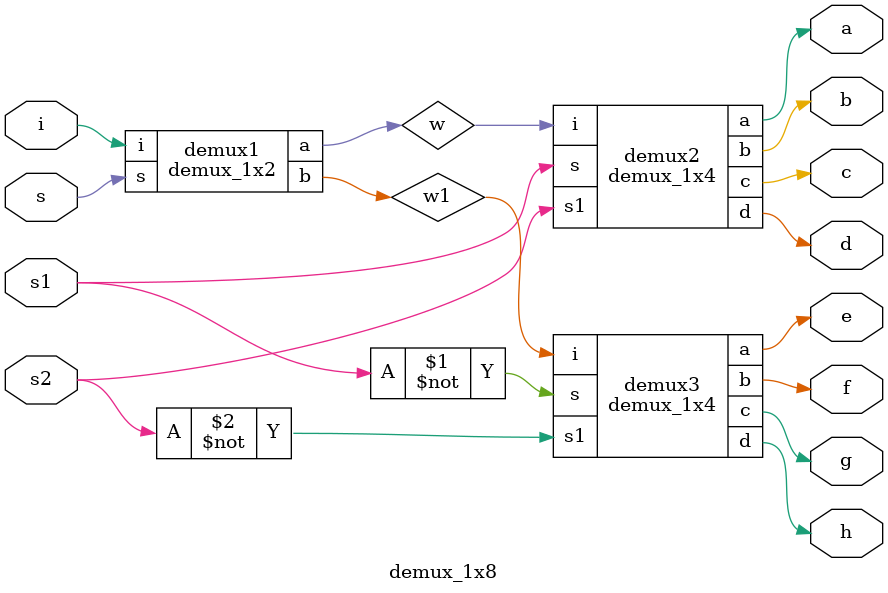
<source format=v>
`timescale 1ns / 1ps

module demux_1x2(i,s,a,b);

    input i, s;
    output a, b;
	 and(a,i,s);
	 and(b,i,~s);

endmodule

module demux_1x4(i,s,s1,a,b,c,d);

	 input i, s, s1;
    output a, b, c, d;
	 wire w,w1;
    demux_1x2 demux1(i,s1,w,w1);
	 demux_1x2 demux2(w,s,a,b);
	 demux_1x2 demux3(w1,~s,c,d);

endmodule

module demux_1x8(i,s,s1,s2,a,b,c,d,e,f,g,h);

	 input i, s, s1, s2;
    output a, b, c, d ,e ,f, g, h;
    wire w,w1;
	 demux_1x2 demux1(i,s,w,w1);
	 demux_1x4 demux2(w,s1,s2,a,b,c,d);
 	 demux_1x4 demux3(w1,~s1,~s2,e,f,g,h);


endmodule

</source>
